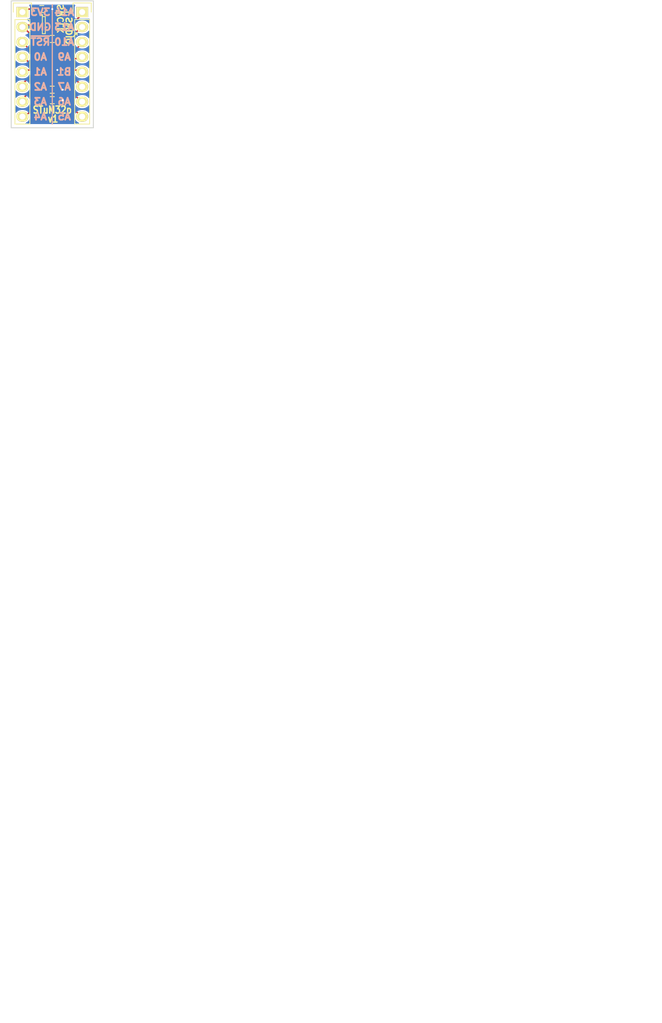
<source format=kicad_pcb>
(kicad_pcb (version 4) (host pcbnew 4.0.2+dfsg1-stable)

  (general
    (links 29)
    (no_connects 0)
    (area 14.624267 10.9556 154.215489 194.365)
    (thickness 1.6)
    (drawings 34)
    (tracks 109)
    (zones 0)
    (modules 8)
    (nets 18)
  )

  (page A4)
  (layers
    (0 F.Cu signal)
    (31 B.Cu signal)
    (32 B.Adhes user)
    (33 F.Adhes user)
    (34 B.Paste user)
    (35 F.Paste user)
    (36 B.SilkS user)
    (37 F.SilkS user)
    (38 B.Mask user)
    (39 F.Mask user)
    (40 Dwgs.User user)
    (41 Cmts.User user)
    (42 Eco1.User user)
    (43 Eco2.User user)
    (44 Edge.Cuts user)
    (45 Margin user)
    (46 B.CrtYd user)
    (47 F.CrtYd user)
    (48 B.Fab user)
    (49 F.Fab user hide)
  )

  (setup
    (last_trace_width 0.1524)
    (trace_clearance 0.1524)
    (zone_clearance 0.254)
    (zone_45_only no)
    (trace_min 0.1524)
    (segment_width 0.2)
    (edge_width 0.15)
    (via_size 0.6858)
    (via_drill 0.3302)
    (via_min_size 0.6858)
    (via_min_drill 0.3302)
    (uvia_size 0.6858)
    (uvia_drill 0.3302)
    (uvias_allowed no)
    (uvia_min_size 0)
    (uvia_min_drill 0)
    (pcb_text_width 0.3)
    (pcb_text_size 1.5 1.5)
    (mod_edge_width 0.15)
    (mod_text_size 1 1)
    (mod_text_width 0.15)
    (pad_size 1.524 1.524)
    (pad_drill 0.762)
    (pad_to_mask_clearance 0.2)
    (aux_axis_origin 0 0)
    (visible_elements FFFFEF7F)
    (pcbplotparams
      (layerselection 0x00030_80000001)
      (usegerberextensions false)
      (excludeedgelayer true)
      (linewidth 0.100000)
      (plotframeref false)
      (viasonmask false)
      (mode 1)
      (useauxorigin false)
      (hpglpennumber 1)
      (hpglpenspeed 20)
      (hpglpendiameter 15)
      (hpglpenoverlay 2)
      (psnegative false)
      (psa4output false)
      (plotreference false)
      (plotvalue false)
      (plotinvisibletext false)
      (padsonsilk false)
      (subtractmaskfromsilk false)
      (outputformat 1)
      (mirror false)
      (drillshape 0)
      (scaleselection 1)
      (outputdirectory out/))
  )

  (net 0 "")
  (net 1 +3V3)
  (net 2 GND)
  (net 3 "Net-(P101-Pad3)")
  (net 4 "Net-(P101-Pad4)")
  (net 5 "Net-(P101-Pad5)")
  (net 6 "Net-(P101-Pad6)")
  (net 7 "Net-(P101-Pad7)")
  (net 8 "Net-(P101-Pad8)")
  (net 9 "Net-(P102-Pad1)")
  (net 10 "Net-(P102-Pad2)")
  (net 11 "Net-(P102-Pad3)")
  (net 12 "Net-(P102-Pad4)")
  (net 13 "Net-(P102-Pad5)")
  (net 14 "Net-(P102-Pad6)")
  (net 15 "Net-(P102-Pad7)")
  (net 16 "Net-(P102-Pad8)")
  (net 17 /VIN)

  (net_class Default "This is the default net class."
    (clearance 0.1524)
    (trace_width 0.1524)
    (via_dia 0.6858)
    (via_drill 0.3302)
    (uvia_dia 0.6858)
    (uvia_drill 0.3302)
    (add_net +3V3)
    (add_net /VIN)
    (add_net GND)
    (add_net "Net-(P101-Pad3)")
    (add_net "Net-(P101-Pad4)")
    (add_net "Net-(P101-Pad5)")
    (add_net "Net-(P101-Pad6)")
    (add_net "Net-(P101-Pad7)")
    (add_net "Net-(P101-Pad8)")
    (add_net "Net-(P102-Pad1)")
    (add_net "Net-(P102-Pad2)")
    (add_net "Net-(P102-Pad3)")
    (add_net "Net-(P102-Pad4)")
    (add_net "Net-(P102-Pad5)")
    (add_net "Net-(P102-Pad6)")
    (add_net "Net-(P102-Pad7)")
    (add_net "Net-(P102-Pad8)")
  )

  (module stum32p:TSSOP20 (layer F.Cu) (tedit 5780058E) (tstamp 577FE82D)
    (at 24.765 28.575 270)
    (path /577DBDBA)
    (fp_text reference U101 (at -3.9 0 360) (layer F.SilkS) hide
      (effects (font (size 1 1) (thickness 0.15)))
    )
    (fp_text value STM32F030F4Px (at 0.65 0 270) (layer F.Fab) hide
      (effects (font (size 1 1) (thickness 0.15)))
    )
    (pad 15 smd rect (at 0.325 -2.2 270) (size 0.4 1.35) (layers F.Cu F.Paste F.Mask)
      (net 2 GND))
    (pad 5 smd rect (at -0.325 2.2 270) (size 0.4 1.35) (layers F.Cu F.Paste F.Mask)
      (net 1 +3V3))
    (pad 4 smd rect (at -0.975 2.2 270) (size 0.4 1.35) (layers F.Cu F.Paste F.Mask)
      (net 3 "Net-(P101-Pad3)"))
    (pad 3 smd rect (at -1.625 2.2 270) (size 0.4 1.35) (layers F.Cu F.Paste F.Mask))
    (pad 2 smd rect (at -2.275 2.2 270) (size 0.4 1.35) (layers F.Cu F.Paste F.Mask))
    (pad 1 smd rect (at -2.925 2.2 270) (size 0.4 1.35) (layers F.Cu F.Paste F.Mask)
      (net 2 GND))
    (pad 6 smd rect (at 0.325 2.2 270) (size 0.4 1.35) (layers F.Cu F.Paste F.Mask)
      (net 4 "Net-(P101-Pad4)"))
    (pad 7 smd rect (at 0.975 2.2 270) (size 0.4 1.35) (layers F.Cu F.Paste F.Mask)
      (net 5 "Net-(P101-Pad5)"))
    (pad 8 smd rect (at 1.625 2.2 270) (size 0.4 1.35) (layers F.Cu F.Paste F.Mask)
      (net 6 "Net-(P101-Pad6)"))
    (pad 9 smd rect (at 2.275 2.2 270) (size 0.4 1.35) (layers F.Cu F.Paste F.Mask)
      (net 7 "Net-(P101-Pad7)"))
    (pad 10 smd rect (at 2.925 2.2 270) (size 0.4 1.35) (layers F.Cu F.Paste F.Mask)
      (net 8 "Net-(P101-Pad8)"))
    (pad 11 smd rect (at 2.925 -2.2 270) (size 0.4 1.35) (layers F.Cu F.Paste F.Mask)
      (net 16 "Net-(P102-Pad8)"))
    (pad 12 smd rect (at 2.275 -2.2 270) (size 0.4 1.35) (layers F.Cu F.Paste F.Mask)
      (net 15 "Net-(P102-Pad7)"))
    (pad 13 smd rect (at 1.625 -2.2 270) (size 0.4 1.35) (layers F.Cu F.Paste F.Mask)
      (net 14 "Net-(P102-Pad6)"))
    (pad 14 smd rect (at 0.975 -2.2 270) (size 0.4 1.35) (layers F.Cu F.Paste F.Mask)
      (net 13 "Net-(P102-Pad5)"))
    (pad 16 smd rect (at -0.325 -2.2 270) (size 0.4 1.35) (layers F.Cu F.Paste F.Mask)
      (net 1 +3V3))
    (pad 17 smd rect (at -0.975 -2.2 270) (size 0.4 1.35) (layers F.Cu F.Paste F.Mask)
      (net 12 "Net-(P102-Pad4)"))
    (pad 18 smd rect (at -1.625 -2.2 270) (size 0.4 1.35) (layers F.Cu F.Paste F.Mask)
      (net 11 "Net-(P102-Pad3)"))
    (pad 19 smd rect (at -2.275 -2.2 270) (size 0.4 1.35) (layers F.Cu F.Paste F.Mask)
      (net 10 "Net-(P102-Pad2)"))
    (pad 20 smd rect (at -2.925 -2.2 270) (size 0.4 1.35) (layers F.Cu F.Paste F.Mask)
      (net 9 "Net-(P102-Pad1)"))
  )

  (module SOT-23-5 (layer F.Cu) (tedit 57801751) (tstamp 57801788)
    (at 23.325 21.905)
    (descr "5-pin SOT23 package")
    (tags SOT-23-5)
    (path /578014CB)
    (attr smd)
    (fp_text reference U102 (at -0.05 -2.606) (layer F.SilkS) hide
      (effects (font (size 1 1) (thickness 0.15)))
    )
    (fp_text value MIC5504-3.3YM5-TR (at -0.05 2.35) (layer F.Fab)
      (effects (font (size 1 1) (thickness 0.15)))
    )
    (fp_line (start -1.8 -1.6) (end 1.8 -1.6) (layer F.CrtYd) (width 0.05))
    (fp_line (start 1.8 -1.6) (end 1.8 1.6) (layer F.CrtYd) (width 0.05))
    (fp_line (start 1.8 1.6) (end -1.8 1.6) (layer F.CrtYd) (width 0.05))
    (fp_line (start -1.8 1.6) (end -1.8 -1.6) (layer F.CrtYd) (width 0.05))
    (fp_circle (center -0.3 -1.7) (end -0.2 -1.7) (layer F.SilkS) (width 0.15))
    (fp_line (start 0.25 -1.45) (end -0.25 -1.45) (layer F.SilkS) (width 0.15))
    (fp_line (start 0.25 1.45) (end 0.25 -1.45) (layer F.SilkS) (width 0.15))
    (fp_line (start -0.25 1.45) (end 0.25 1.45) (layer F.SilkS) (width 0.15))
    (fp_line (start -0.25 -1.45) (end -0.25 1.45) (layer F.SilkS) (width 0.15))
    (pad 1 smd rect (at -1.1 -0.95) (size 1.06 0.65) (layers F.Cu F.Paste F.Mask)
      (net 17 /VIN))
    (pad 2 smd rect (at -1.1 0) (size 1.06 0.65) (layers F.Cu F.Paste F.Mask)
      (net 2 GND))
    (pad 3 smd rect (at -1.1 0.95) (size 1.06 0.65) (layers F.Cu F.Paste F.Mask)
      (net 17 /VIN))
    (pad 4 smd rect (at 1.1 0.95) (size 1.06 0.65) (layers F.Cu F.Paste F.Mask))
    (pad 5 smd rect (at 1.1 -0.95) (size 1.06 0.65) (layers F.Cu F.Paste F.Mask)
      (net 1 +3V3))
    (model Housings_SOT-23_SOT-143_TSOT-6.3dshapes/SOT-23-5.wrl
      (at (xyz 0 0 0))
      (scale (xyz 0.11 0.11 0.11))
      (rotate (xyz 0 0 90))
    )
  )

  (module Capacitors_SMD:C_0603 (layer F.Cu) (tedit 5780173C) (tstamp 57809365)
    (at 22.975 19.177)
    (descr "Capacitor SMD 0603, reflow soldering, AVX (see smccp.pdf)")
    (tags "capacitor 0603")
    (path /57801D87)
    (attr smd)
    (fp_text reference C104 (at 0 -1.9) (layer F.SilkS) hide
      (effects (font (size 1 1) (thickness 0.15)))
    )
    (fp_text value 1u (at 0 1.9) (layer F.Fab)
      (effects (font (size 1 1) (thickness 0.15)))
    )
    (fp_line (start -1.45 -0.75) (end 1.45 -0.75) (layer F.CrtYd) (width 0.05))
    (fp_line (start -1.45 0.75) (end 1.45 0.75) (layer F.CrtYd) (width 0.05))
    (fp_line (start -1.45 -0.75) (end -1.45 0.75) (layer F.CrtYd) (width 0.05))
    (fp_line (start 1.45 -0.75) (end 1.45 0.75) (layer F.CrtYd) (width 0.05))
    (fp_line (start -0.35 -0.6) (end 0.35 -0.6) (layer F.SilkS) (width 0.15))
    (fp_line (start 0.35 0.6) (end -0.35 0.6) (layer F.SilkS) (width 0.15))
    (pad 1 smd rect (at -0.75 0) (size 0.8 0.75) (layers F.Cu F.Paste F.Mask)
      (net 17 /VIN))
    (pad 2 smd rect (at 0.75 0) (size 0.8 0.75) (layers F.Cu F.Paste F.Mask)
      (net 2 GND))
    (model Capacitors_SMD.3dshapes/C_0603.wrl
      (at (xyz 0 0 0))
      (scale (xyz 1 1 1))
      (rotate (xyz 0 0 0))
    )
  )

  (module Capacitors_SMD:C_0603 (layer F.Cu) (tedit 578005A1) (tstamp 577FE7E9)
    (at 24.753 32.893)
    (descr "Capacitor SMD 0603, reflow soldering, AVX (see smccp.pdf)")
    (tags "capacitor 0603")
    (path /577DCABD)
    (attr smd)
    (fp_text reference C101 (at 0 -1.9) (layer F.SilkS) hide
      (effects (font (size 1 1) (thickness 0.15)))
    )
    (fp_text value 100n (at 0 1.9) (layer F.Fab)
      (effects (font (size 1 1) (thickness 0.15)))
    )
    (fp_line (start -1.45 -0.75) (end 1.45 -0.75) (layer F.CrtYd) (width 0.05))
    (fp_line (start -1.45 0.75) (end 1.45 0.75) (layer F.CrtYd) (width 0.05))
    (fp_line (start -1.45 -0.75) (end -1.45 0.75) (layer F.CrtYd) (width 0.05))
    (fp_line (start 1.45 -0.75) (end 1.45 0.75) (layer F.CrtYd) (width 0.05))
    (fp_line (start -0.35 -0.6) (end 0.35 -0.6) (layer F.SilkS) (width 0.15))
    (fp_line (start 0.35 0.6) (end -0.35 0.6) (layer F.SilkS) (width 0.15))
    (pad 1 smd rect (at -0.75 0) (size 0.8 0.75) (layers F.Cu F.Paste F.Mask)
      (net 1 +3V3))
    (pad 2 smd rect (at 0.75 0) (size 0.8 0.75) (layers F.Cu F.Paste F.Mask)
      (net 2 GND))
    (model Capacitors_SMD.3dshapes/C_0603.wrl
      (at (xyz 0 0 0))
      (scale (xyz 1 1 1))
      (rotate (xyz 0 0 0))
    )
  )

  (module Capacitors_SMD:C_0603 (layer F.Cu) (tedit 57800591) (tstamp 577FE7EF)
    (at 24.765 34.671)
    (descr "Capacitor SMD 0603, reflow soldering, AVX (see smccp.pdf)")
    (tags "capacitor 0603")
    (path /577DCB1C)
    (attr smd)
    (fp_text reference C102 (at 0 1.524) (layer F.SilkS) hide
      (effects (font (size 1 1) (thickness 0.15)))
    )
    (fp_text value 100n (at 0 1.9) (layer F.Fab)
      (effects (font (size 1 1) (thickness 0.15)))
    )
    (fp_line (start -1.45 -0.75) (end 1.45 -0.75) (layer F.CrtYd) (width 0.05))
    (fp_line (start -1.45 0.75) (end 1.45 0.75) (layer F.CrtYd) (width 0.05))
    (fp_line (start -1.45 -0.75) (end -1.45 0.75) (layer F.CrtYd) (width 0.05))
    (fp_line (start 1.45 -0.75) (end 1.45 0.75) (layer F.CrtYd) (width 0.05))
    (fp_line (start -0.35 -0.6) (end 0.35 -0.6) (layer F.SilkS) (width 0.15))
    (fp_line (start 0.35 0.6) (end -0.35 0.6) (layer F.SilkS) (width 0.15))
    (pad 1 smd rect (at -0.75 0) (size 0.8 0.75) (layers F.Cu F.Paste F.Mask)
      (net 1 +3V3))
    (pad 2 smd rect (at 0.75 0) (size 0.8 0.75) (layers F.Cu F.Paste F.Mask)
      (net 2 GND))
    (model Capacitors_SMD.3dshapes/C_0603.wrl
      (at (xyz 0 0 0))
      (scale (xyz 1 1 1))
      (rotate (xyz 0 0 0))
    )
  )

  (module Pin_Headers:Pin_Header_Straight_1x08 (layer F.Cu) (tedit 577FE789) (tstamp 577FE801)
    (at 19.685 19.685)
    (descr "Through hole pin header")
    (tags "pin header")
    (path /577FE74B)
    (fp_text reference P101 (at 0.046 -7.652) (layer F.SilkS) hide
      (effects (font (size 1 1) (thickness 0.15)))
    )
    (fp_text value CONN_01X08 (at 0 -3.1) (layer F.Fab) hide
      (effects (font (size 1 1) (thickness 0.15)))
    )
    (fp_line (start -1.75 -1.75) (end -1.75 19.55) (layer F.CrtYd) (width 0.05))
    (fp_line (start 1.75 -1.75) (end 1.75 19.55) (layer F.CrtYd) (width 0.05))
    (fp_line (start -1.75 -1.75) (end 1.75 -1.75) (layer F.CrtYd) (width 0.05))
    (fp_line (start -1.75 19.55) (end 1.75 19.55) (layer F.CrtYd) (width 0.05))
    (fp_line (start 1.27 1.27) (end 1.27 19.05) (layer F.SilkS) (width 0.15))
    (fp_line (start 1.27 19.05) (end -1.27 19.05) (layer F.SilkS) (width 0.15))
    (fp_line (start -1.27 19.05) (end -1.27 1.27) (layer F.SilkS) (width 0.15))
    (fp_line (start 1.55 -1.55) (end 1.55 0) (layer F.SilkS) (width 0.15))
    (fp_line (start 1.27 1.27) (end -1.27 1.27) (layer F.SilkS) (width 0.15))
    (fp_line (start -1.55 0) (end -1.55 -1.55) (layer F.SilkS) (width 0.15))
    (fp_line (start -1.55 -1.55) (end 1.55 -1.55) (layer F.SilkS) (width 0.15))
    (pad 1 thru_hole rect (at 0 0) (size 2.032 1.7272) (drill 1.016) (layers *.Cu *.Mask F.SilkS)
      (net 17 /VIN))
    (pad 2 thru_hole oval (at 0 2.54) (size 2.032 1.7272) (drill 1.016) (layers *.Cu *.Mask F.SilkS)
      (net 2 GND))
    (pad 3 thru_hole oval (at 0 5.08) (size 2.032 1.7272) (drill 1.016) (layers *.Cu *.Mask F.SilkS)
      (net 3 "Net-(P101-Pad3)"))
    (pad 4 thru_hole oval (at 0 7.62) (size 2.032 1.7272) (drill 1.016) (layers *.Cu *.Mask F.SilkS)
      (net 4 "Net-(P101-Pad4)"))
    (pad 5 thru_hole oval (at 0 10.16) (size 2.032 1.7272) (drill 1.016) (layers *.Cu *.Mask F.SilkS)
      (net 5 "Net-(P101-Pad5)"))
    (pad 6 thru_hole oval (at 0 12.7) (size 2.032 1.7272) (drill 1.016) (layers *.Cu *.Mask F.SilkS)
      (net 6 "Net-(P101-Pad6)"))
    (pad 7 thru_hole oval (at 0 15.24) (size 2.032 1.7272) (drill 1.016) (layers *.Cu *.Mask F.SilkS)
      (net 7 "Net-(P101-Pad7)"))
    (pad 8 thru_hole oval (at 0 17.78) (size 2.032 1.7272) (drill 1.016) (layers *.Cu *.Mask F.SilkS)
      (net 8 "Net-(P101-Pad8)"))
    (model Pin_Headers.3dshapes/Pin_Header_Straight_1x08.wrl
      (at (xyz 0 -0.35 0))
      (scale (xyz 1 1 1))
      (rotate (xyz 0 0 90))
    )
  )

  (module Pin_Headers:Pin_Header_Straight_1x08 (layer F.Cu) (tedit 577FE78D) (tstamp 577FE80D)
    (at 29.845 19.685)
    (descr "Through hole pin header")
    (tags "pin header")
    (path /577FE5CD)
    (fp_text reference P102 (at 0 -7.652) (layer F.SilkS) hide
      (effects (font (size 1 1) (thickness 0.15)))
    )
    (fp_text value CONN_01X08 (at 0 -3.1) (layer F.Fab) hide
      (effects (font (size 1 1) (thickness 0.15)))
    )
    (fp_line (start -1.75 -1.75) (end -1.75 19.55) (layer F.CrtYd) (width 0.05))
    (fp_line (start 1.75 -1.75) (end 1.75 19.55) (layer F.CrtYd) (width 0.05))
    (fp_line (start -1.75 -1.75) (end 1.75 -1.75) (layer F.CrtYd) (width 0.05))
    (fp_line (start -1.75 19.55) (end 1.75 19.55) (layer F.CrtYd) (width 0.05))
    (fp_line (start 1.27 1.27) (end 1.27 19.05) (layer F.SilkS) (width 0.15))
    (fp_line (start 1.27 19.05) (end -1.27 19.05) (layer F.SilkS) (width 0.15))
    (fp_line (start -1.27 19.05) (end -1.27 1.27) (layer F.SilkS) (width 0.15))
    (fp_line (start 1.55 -1.55) (end 1.55 0) (layer F.SilkS) (width 0.15))
    (fp_line (start 1.27 1.27) (end -1.27 1.27) (layer F.SilkS) (width 0.15))
    (fp_line (start -1.55 0) (end -1.55 -1.55) (layer F.SilkS) (width 0.15))
    (fp_line (start -1.55 -1.55) (end 1.55 -1.55) (layer F.SilkS) (width 0.15))
    (pad 1 thru_hole rect (at 0 0) (size 2.032 1.7272) (drill 1.016) (layers *.Cu *.Mask F.SilkS)
      (net 9 "Net-(P102-Pad1)"))
    (pad 2 thru_hole oval (at 0 2.54) (size 2.032 1.7272) (drill 1.016) (layers *.Cu *.Mask F.SilkS)
      (net 10 "Net-(P102-Pad2)"))
    (pad 3 thru_hole oval (at 0 5.08) (size 2.032 1.7272) (drill 1.016) (layers *.Cu *.Mask F.SilkS)
      (net 11 "Net-(P102-Pad3)"))
    (pad 4 thru_hole oval (at 0 7.62) (size 2.032 1.7272) (drill 1.016) (layers *.Cu *.Mask F.SilkS)
      (net 12 "Net-(P102-Pad4)"))
    (pad 5 thru_hole oval (at 0 10.16) (size 2.032 1.7272) (drill 1.016) (layers *.Cu *.Mask F.SilkS)
      (net 13 "Net-(P102-Pad5)"))
    (pad 6 thru_hole oval (at 0 12.7) (size 2.032 1.7272) (drill 1.016) (layers *.Cu *.Mask F.SilkS)
      (net 14 "Net-(P102-Pad6)"))
    (pad 7 thru_hole oval (at 0 15.24) (size 2.032 1.7272) (drill 1.016) (layers *.Cu *.Mask F.SilkS)
      (net 15 "Net-(P102-Pad7)"))
    (pad 8 thru_hole oval (at 0 17.78) (size 2.032 1.7272) (drill 1.016) (layers *.Cu *.Mask F.SilkS)
      (net 16 "Net-(P102-Pad8)"))
    (model Pin_Headers.3dshapes/Pin_Header_Straight_1x08.wrl
      (at (xyz 0 -0.35 0))
      (scale (xyz 1 1 1))
      (rotate (xyz 0 0 90))
    )
  )

  (module Capacitors_SMD:C_0603 (layer F.Cu) (tedit 5780173F) (tstamp 57809359)
    (at 24.765 24.257 180)
    (descr "Capacitor SMD 0603, reflow soldering, AVX (see smccp.pdf)")
    (tags "capacitor 0603")
    (path /577DCB42)
    (attr smd)
    (fp_text reference C103 (at 0 -1.9 180) (layer F.SilkS) hide
      (effects (font (size 1 1) (thickness 0.15)))
    )
    (fp_text value 1u (at 0 1.9 180) (layer F.Fab)
      (effects (font (size 1 1) (thickness 0.15)))
    )
    (fp_line (start -1.45 -0.75) (end 1.45 -0.75) (layer F.CrtYd) (width 0.05))
    (fp_line (start -1.45 0.75) (end 1.45 0.75) (layer F.CrtYd) (width 0.05))
    (fp_line (start -1.45 -0.75) (end -1.45 0.75) (layer F.CrtYd) (width 0.05))
    (fp_line (start 1.45 -0.75) (end 1.45 0.75) (layer F.CrtYd) (width 0.05))
    (fp_line (start -0.35 -0.6) (end 0.35 -0.6) (layer F.SilkS) (width 0.15))
    (fp_line (start 0.35 0.6) (end -0.35 0.6) (layer F.SilkS) (width 0.15))
    (pad 1 smd rect (at -0.75 0 180) (size 0.8 0.75) (layers F.Cu F.Paste F.Mask)
      (net 1 +3V3))
    (pad 2 smd rect (at 0.75 0 180) (size 0.8 0.75) (layers F.Cu F.Paste F.Mask)
      (net 2 GND))
    (model Capacitors_SMD.3dshapes/C_0603.wrl
      (at (xyz 0 0 0))
      (scale (xyz 1 1 1))
      (rotate (xyz 0 0 0))
    )
  )

  (gr_text "Copyright (C) 2016 Daniel Gröber\nDual licensed under GPLv2 and GPLv3 or any later version.\n\nYou should have received a copy of the GNU General Public License\nalong with this document.  If not, see <http://www.gnu.org/licenses/>.\n" (at 15.875 183.515) (layer Cmts.User)
    (effects (font (size 2 2) (thickness 0.3)) (justify left))
  )
  (gr_text v1 (at 24.892 37.846) (layer F.SilkS) (tstamp 57809A8E)
    (effects (font (size 1.2 1) (thickness 0.25)))
  )
  (gr_text STuM32p (at 24.765 36.322) (layer F.SilkS)
    (effects (font (size 1.2 1) (thickness 0.25)))
  )
  (dimension 21.59 (width 0.3) (layer Cmts.User)
    (gr_text "0.8500 in" (at 35.005 28.575 90) (layer Cmts.User) (tstamp 578097D6)
      (effects (font (size 1.5 1.5) (thickness 0.3)))
    )
    (feature1 (pts (xy 31.75 17.78) (xy 36.355 17.78)))
    (feature2 (pts (xy 31.75 39.37) (xy 36.355 39.37)))
    (crossbar (pts (xy 33.655 39.37) (xy 33.655 17.78)))
    (arrow1a (pts (xy 33.655 17.78) (xy 34.241421 18.906504)))
    (arrow1b (pts (xy 33.655 17.78) (xy 33.068579 18.906504)))
    (arrow2a (pts (xy 33.655 39.37) (xy 34.241421 38.243496)))
    (arrow2b (pts (xy 33.655 39.37) (xy 33.068579 38.243496)))
  )
  (dimension 13.97 (width 0.3) (layer Cmts.User)
    (gr_text "0.5500 in" (at 24.765 42.625) (layer Cmts.User) (tstamp 578097D4)
      (effects (font (size 1.5 1.5) (thickness 0.3)))
    )
    (feature1 (pts (xy 31.75 39.37) (xy 31.75 43.975)))
    (feature2 (pts (xy 17.78 39.37) (xy 17.78 43.975)))
    (crossbar (pts (xy 17.78 41.275) (xy 31.75 41.275)))
    (arrow1a (pts (xy 31.75 41.275) (xy 30.623496 41.861421)))
    (arrow1b (pts (xy 31.75 41.275) (xy 30.623496 40.688579)))
    (arrow2a (pts (xy 17.78 41.275) (xy 18.906504 41.861421)))
    (arrow2b (pts (xy 17.78 41.275) (xy 18.906504 40.688579)))
  )
  (gr_line (start 28.974489 23.222511) (end 28.974489 23.581721) (layer F.SilkS) (width 0.2) (tstamp 5780950B))
  (gr_line (start 28.974489 23.222511) (end 28.615279 23.222511) (layer F.SilkS) (width 0.2) (tstamp 5780950A))
  (gr_line (start 28.327911 23.869089) (end 28.974489 23.222511) (layer F.SilkS) (width 0.2) (tstamp 57809509))
  (gr_line (start 27.9654 19.685) (end 27.7114 19.939) (layer F.SilkS) (width 0.2))
  (gr_line (start 27.9654 19.685) (end 27.7114 19.431) (layer F.SilkS) (width 0.2))
  (gr_line (start 27.051 19.685) (end 27.9654 19.685) (layer F.SilkS) (width 0.2))
  (gr_text SWCLK (at 26.1874 20.828 90) (layer F.SilkS) (tstamp 57800FFE)
    (effects (font (size 1 1) (thickness 0.225)) (justify mirror))
  )
  (gr_text SWDIO (at 27.6606 22.86 90) (layer F.SilkS) (tstamp 57800FD5)
    (effects (font (size 1 1) (thickness 0.25)) (justify mirror))
  )
  (gr_text 3V3 (at 22.733 19.685) (layer B.SilkS) (tstamp 57800F0B)
    (effects (font (size 1.2 1.2) (thickness 0.3)) (justify mirror))
  )
  (gr_text GND (at 22.733 22.225) (layer B.SilkS) (tstamp 57800F09)
    (effects (font (size 1.2 1.2) (thickness 0.3)) (justify mirror))
  )
  (gr_text ~RST (at 22.733 24.765) (layer B.SilkS) (tstamp 57800F06)
    (effects (font (size 1.2 1.2) (thickness 0.3)) (justify mirror))
  )
  (gr_text A0 (at 22.733 27.305) (layer B.SilkS) (tstamp 57800F04)
    (effects (font (size 1.2 1.2) (thickness 0.3)) (justify mirror))
  )
  (gr_text A1 (at 22.733 29.845) (layer B.SilkS) (tstamp 57800F00)
    (effects (font (size 1.2 1.2) (thickness 0.3)) (justify mirror))
  )
  (gr_text A2 (at 22.733 32.385) (layer B.SilkS) (tstamp 57800EFE)
    (effects (font (size 1.2 1.2) (thickness 0.3)) (justify mirror))
  )
  (gr_text A3 (at 22.733 34.925) (layer B.SilkS) (tstamp 57800EFC)
    (effects (font (size 1.2 1.2) (thickness 0.3)) (justify mirror))
  )
  (gr_text A4 (at 22.733 37.465) (layer B.SilkS) (tstamp 57800EF8)
    (effects (font (size 1.2 1.2) (thickness 0.3)) (justify mirror))
  )
  (gr_text A5 (at 26.797 37.465) (layer B.SilkS) (tstamp 57800EF4)
    (effects (font (size 1.2 1.2) (thickness 0.3)) (justify mirror))
  )
  (gr_text A6 (at 26.797 34.925) (layer B.SilkS) (tstamp 57800EF1)
    (effects (font (size 1.2 1.2) (thickness 0.3)) (justify mirror))
  )
  (gr_text A7 (at 26.797 32.385) (layer B.SilkS) (tstamp 57800EEE)
    (effects (font (size 1.2 1.2) (thickness 0.3)) (justify mirror))
  )
  (gr_text B1 (at 26.797 29.845) (layer B.SilkS) (tstamp 57800EEA)
    (effects (font (size 1.2 1.2) (thickness 0.3)) (justify mirror))
  )
  (gr_text A9 (at 26.797 27.305) (layer B.SilkS) (tstamp 57800EE6)
    (effects (font (size 1.2 1.2) (thickness 0.3)) (justify mirror))
  )
  (gr_text A10 (at 26.797 24.765) (layer B.SilkS) (tstamp 57800EE1)
    (effects (font (size 1.2 1.2) (thickness 0.3)) (justify mirror))
  )
  (gr_text A13 (at 26.797 22.225) (layer B.SilkS) (tstamp 57800EDD)
    (effects (font (size 1.2 1.2) (thickness 0.3)) (justify mirror))
  )
  (gr_line (start 24.765 18.415) (end 24.765 38.735) (layer B.SilkS) (width 0.2))
  (gr_text A14 (at 26.797 19.685) (layer B.SilkS)
    (effects (font (size 1.2 1.2) (thickness 0.3)) (justify mirror))
  )
  (gr_line (start 31.75 39.37) (end 17.78 39.37) (layer Edge.Cuts) (width 0.15))
  (gr_line (start 17.78 17.78) (end 17.78 39.37) (layer Edge.Cuts) (width 0.15))
  (gr_line (start 31.75 17.78) (end 17.78 17.78) (layer Edge.Cuts) (width 0.15))
  (gr_line (start 31.75 17.78) (end 31.75 39.37) (layer Edge.Cuts) (width 0.15))

  (segment (start 24.015 34.671) (end 24.015 32.905) (width 0.25) (layer F.Cu) (net 1))
  (segment (start 24.015 32.905) (end 24.003 32.893) (width 0.25) (layer F.Cu) (net 1))
  (segment (start 23.491287 28.25) (end 24.765 26.976287) (width 0.25) (layer F.Cu) (net 1))
  (segment (start 24.765 26.976287) (end 25.515 26.226287) (width 0.25) (layer F.Cu) (net 1))
  (segment (start 26.965 28.25) (end 26.04 28.25) (width 0.25) (layer F.Cu) (net 1))
  (segment (start 26.04 28.25) (end 24.766287 26.976287) (width 0.25) (layer F.Cu) (net 1))
  (segment (start 24.766287 26.976287) (end 24.765 26.976287) (width 0.25) (layer F.Cu) (net 1))
  (segment (start 23.49 28.25) (end 23.491287 28.25) (width 0.25) (layer F.Cu) (net 1))
  (segment (start 25.515 26.226287) (end 25.515 26.035) (width 0.25) (layer F.Cu) (net 1))
  (segment (start 25.515 26.035) (end 25.515 24.257) (width 0.25) (layer F.Cu) (net 1))
  (segment (start 24.003 32.893) (end 24.003 28.763) (width 0.25) (layer F.Cu) (net 1))
  (segment (start 24.003 28.763) (end 23.49 28.25) (width 0.25) (layer F.Cu) (net 1))
  (segment (start 23.49 28.25) (end 22.565 28.25) (width 0.25) (layer F.Cu) (net 1))
  (segment (start 24.425 20.955) (end 25.205 20.955) (width 0.25) (layer F.Cu) (net 1))
  (segment (start 25.205 20.955) (end 25.515 21.265) (width 0.25) (layer F.Cu) (net 1))
  (segment (start 25.515 23.632) (end 25.515 24.257) (width 0.25) (layer F.Cu) (net 1))
  (segment (start 25.515 21.265) (end 25.515 23.632) (width 0.25) (layer F.Cu) (net 1))
  (segment (start 25.629509 29.310491) (end 25.629509 29.538514) (width 0.25) (layer F.Cu) (net 2))
  (segment (start 26.04 28.9) (end 25.629509 29.310491) (width 0.25) (layer F.Cu) (net 2))
  (segment (start 26.965 28.9) (end 26.04 28.9) (width 0.25) (layer F.Cu) (net 2))
  (via (at 25.629509 29.538514) (size 0.6858) (drill 0.3302) (layers F.Cu B.Cu) (net 2))
  (segment (start 23.725 19.177) (end 24.765 19.177) (width 0.25) (layer F.Cu) (net 2))
  (via (at 24.765 19.177) (size 0.6858) (drill 0.3302) (layers F.Cu B.Cu) (net 2))
  (segment (start 24.015 24.257) (end 23.273773 24.257) (width 0.25) (layer F.Cu) (net 2))
  (segment (start 23.273773 24.257) (end 22.578173 24.9526) (width 0.25) (layer F.Cu) (net 2))
  (segment (start 22.578173 24.9526) (end 22.565 24.9526) (width 0.25) (layer F.Cu) (net 2))
  (segment (start 22.565 24.9526) (end 19.8374 22.225) (width 0.25) (layer F.Cu) (net 2))
  (segment (start 22.565 25.65) (end 22.565 24.9526) (width 0.25) (layer F.Cu) (net 2))
  (segment (start 19.8374 22.225) (end 19.685 22.225) (width 0.25) (layer F.Cu) (net 2))
  (segment (start 25.503 32.893) (end 26.543 32.893) (width 0.25) (layer F.Cu) (net 2))
  (via (at 26.543 32.893) (size 0.6858) (drill 0.3302) (layers F.Cu B.Cu) (net 2))
  (segment (start 25.515 34.671) (end 26.543 34.671) (width 0.25) (layer F.Cu) (net 2))
  (via (at 26.543 34.671) (size 0.6858) (drill 0.3302) (layers F.Cu B.Cu) (net 2))
  (segment (start 22.565 25.65) (end 22.622 25.65) (width 0.25) (layer F.Cu) (net 2))
  (segment (start 22.225 21.905) (end 20.005 21.905) (width 0.25) (layer F.Cu) (net 2))
  (segment (start 20.005 21.905) (end 19.685 22.225) (width 0.25) (layer F.Cu) (net 2))
  (segment (start 20.32 22.225) (end 19.685 22.225) (width 0.25) (layer B.Cu) (net 2))
  (segment (start 19.939 21.971) (end 19.685 22.225) (width 0.25) (layer B.Cu) (net 2))
  (segment (start 20.168 22.225) (end 19.685 22.225) (width 0.25) (layer F.Cu) (net 2))
  (segment (start 19.8374 22.225) (end 19.685 22.225) (width 0.25) (layer B.Cu) (net 2))
  (segment (start 19.685 24.765) (end 19.685 24.827643) (width 0.25) (layer F.Cu) (net 3))
  (segment (start 19.685 24.827643) (end 21.235877 26.37852) (width 0.25) (layer F.Cu) (net 3))
  (segment (start 21.235877 26.37852) (end 21.235877 27.195877) (width 0.25) (layer F.Cu) (net 3))
  (segment (start 21.235877 27.195877) (end 21.64 27.6) (width 0.25) (layer F.Cu) (net 3))
  (segment (start 21.64 27.6) (end 22.565 27.6) (width 0.25) (layer F.Cu) (net 3))
  (segment (start 19.685 27.305) (end 19.8374 27.305) (width 0.25) (layer F.Cu) (net 4))
  (segment (start 19.8374 27.305) (end 21.4324 28.9) (width 0.25) (layer F.Cu) (net 4))
  (segment (start 21.4324 28.9) (end 21.64 28.9) (width 0.25) (layer F.Cu) (net 4))
  (segment (start 21.64 28.9) (end 22.565 28.9) (width 0.25) (layer F.Cu) (net 4))
  (segment (start 19.685 29.845) (end 19.685 29.7823) (width 0.25) (layer F.Cu) (net 5))
  (segment (start 19.685 29.7823) (end 19.9173 29.55) (width 0.25) (layer F.Cu) (net 5))
  (segment (start 19.9173 29.55) (end 21.64 29.55) (width 0.25) (layer F.Cu) (net 5))
  (segment (start 21.64 29.55) (end 22.565 29.55) (width 0.25) (layer F.Cu) (net 5))
  (segment (start 22.565 30.2) (end 21.407594 30.2) (width 0.25) (layer F.Cu) (net 6))
  (segment (start 19.806494 32.354094) (end 19.8374 32.385) (width 0.25) (layer F.Cu) (net 6))
  (segment (start 21.407594 30.2) (end 19.806494 31.8011) (width 0.25) (layer F.Cu) (net 6))
  (segment (start 19.806494 31.8011) (end 19.806494 32.354094) (width 0.25) (layer F.Cu) (net 6))
  (segment (start 19.8374 32.385) (end 19.685 32.385) (width 0.25) (layer F.Cu) (net 6))
  (segment (start 19.685 34.925) (end 19.685 34.506591) (width 0.25) (layer F.Cu) (net 7))
  (segment (start 19.685 34.506591) (end 21.24344 32.948151) (width 0.25) (layer F.Cu) (net 7))
  (segment (start 21.24344 32.948151) (end 21.24344 31.415393) (width 0.25) (layer F.Cu) (net 7))
  (segment (start 21.24344 31.415393) (end 21.808833 30.85) (width 0.25) (layer F.Cu) (net 7))
  (segment (start 21.808833 30.85) (end 22.565 30.85) (width 0.25) (layer F.Cu) (net 7))
  (segment (start 22.565 31.5) (end 22.565 32.447922) (width 0.25) (layer F.Cu) (net 8))
  (segment (start 22.565 32.447922) (end 21.216896 33.796026) (width 0.25) (layer F.Cu) (net 8))
  (segment (start 21.216896 33.796026) (end 21.216896 36.365003) (width 0.25) (layer F.Cu) (net 8))
  (segment (start 21.216896 36.365003) (end 20.116899 37.465) (width 0.25) (layer F.Cu) (net 8))
  (segment (start 20.116899 37.465) (end 19.685 37.465) (width 0.25) (layer F.Cu) (net 8))
  (segment (start 26.965 25.65) (end 26.965 24.291977) (width 0.25) (layer F.Cu) (net 9))
  (segment (start 26.965 24.291977) (end 28.320016 22.936961) (width 0.25) (layer F.Cu) (net 9))
  (segment (start 28.320016 22.936961) (end 28.320016 21.546139) (width 0.25) (layer F.Cu) (net 9))
  (segment (start 28.320016 21.546139) (end 29.845 20.021155) (width 0.25) (layer F.Cu) (net 9))
  (segment (start 29.845 20.021155) (end 29.845 19.685) (width 0.25) (layer F.Cu) (net 9))
  (segment (start 26.965 26.3) (end 27.731768 26.3) (width 0.25) (layer F.Cu) (net 10))
  (segment (start 27.731768 26.3) (end 28.325223 25.706545) (width 0.25) (layer F.Cu) (net 10))
  (segment (start 28.325223 25.706545) (end 28.325223 23.592377) (width 0.25) (layer F.Cu) (net 10))
  (segment (start 28.325223 23.592377) (end 29.6926 22.225) (width 0.25) (layer F.Cu) (net 10))
  (segment (start 29.6926 22.225) (end 29.845 22.225) (width 0.25) (layer F.Cu) (net 10))
  (segment (start 26.965 26.95) (end 27.855226 26.95) (width 0.25) (layer F.Cu) (net 11))
  (segment (start 27.855226 26.95) (end 29.845 24.960226) (width 0.25) (layer F.Cu) (net 11))
  (segment (start 29.845 24.960226) (end 29.845 24.765) (width 0.25) (layer F.Cu) (net 11))
  (segment (start 26.965 27.6) (end 29.55 27.6) (width 0.25) (layer F.Cu) (net 12))
  (segment (start 29.55 27.6) (end 29.845 27.305) (width 0.25) (layer F.Cu) (net 12))
  (segment (start 29.845 29.845) (end 29.55 29.55) (width 0.25) (layer F.Cu) (net 13))
  (segment (start 29.55 29.55) (end 26.965 29.55) (width 0.25) (layer F.Cu) (net 13))
  (segment (start 26.965 30.2) (end 27.778991 30.2) (width 0.25) (layer F.Cu) (net 14))
  (segment (start 27.778991 30.2) (end 29.828296 32.249304) (width 0.25) (layer F.Cu) (net 14))
  (segment (start 29.828296 32.249304) (end 29.6926 32.385) (width 0.25) (layer F.Cu) (net 14))
  (segment (start 29.6926 32.385) (end 29.845 32.385) (width 0.25) (layer F.Cu) (net 14))
  (segment (start 27.792582 30.85) (end 26.965 30.85) (width 0.25) (layer F.Cu) (net 15))
  (segment (start 28.292656 31.350074) (end 27.792582 30.85) (width 0.25) (layer F.Cu) (net 15))
  (segment (start 28.292656 32.771646) (end 28.292656 31.350074) (width 0.25) (layer F.Cu) (net 15))
  (segment (start 28.613079 33.092068) (end 28.292656 32.771646) (width 0.25) (layer F.Cu) (net 15))
  (segment (start 28.613079 33.845479) (end 28.613079 33.092068) (width 0.25) (layer F.Cu) (net 15))
  (segment (start 29.6926 34.925) (end 28.613079 33.845479) (width 0.25) (layer F.Cu) (net 15))
  (segment (start 29.845 34.925) (end 29.6926 34.925) (width 0.25) (layer F.Cu) (net 15))
  (segment (start 26.965 31.5) (end 26.965 32.131861) (width 0.25) (layer F.Cu) (net 16))
  (segment (start 26.965 32.131861) (end 28.163068 33.329929) (width 0.25) (layer F.Cu) (net 16))
  (segment (start 28.163068 33.329929) (end 28.163068 35.935468) (width 0.25) (layer F.Cu) (net 16))
  (segment (start 28.163068 35.935468) (end 29.6926 37.465) (width 0.25) (layer F.Cu) (net 16))
  (segment (start 29.6926 37.465) (end 29.845 37.465) (width 0.25) (layer F.Cu) (net 16))
  (segment (start 22.225 22.855) (end 23.005 22.855) (width 0.25) (layer F.Cu) (net 17))
  (segment (start 23.005 22.855) (end 23.329526 22.530474) (width 0.25) (layer F.Cu) (net 17))
  (segment (start 23.329526 22.530474) (end 23.329526 21.279526) (width 0.25) (layer F.Cu) (net 17))
  (segment (start 23.329526 21.279526) (end 23.005 20.955) (width 0.25) (layer F.Cu) (net 17))
  (segment (start 23.005 20.955) (end 22.225 20.955) (width 0.25) (layer F.Cu) (net 17))
  (segment (start 22.225 19.177) (end 22.225 20.955) (width 0.25) (layer F.Cu) (net 17))
  (segment (start 22.225 19.177) (end 20.193 19.177) (width 0.25) (layer F.Cu) (net 17))
  (segment (start 20.193 19.177) (end 19.685 19.685) (width 0.25) (layer F.Cu) (net 17))

  (zone (net 1) (net_name +3V3) (layer F.Cu) (tstamp 0) (hatch edge 0.508)
    (connect_pads (clearance 0.254))
    (min_thickness 0.254)
    (fill yes (arc_segments 16) (thermal_gap 0.508) (thermal_bridge_width 0.508))
    (polygon
      (pts
        (xy 21.717 20.193) (xy 21.717 35.433) (xy 27.559 35.433) (xy 27.559 20.193)
      )
    )
    (filled_polygon
      (pts
        (xy 27.432 23.109385) (xy 26.607204 23.934181) (xy 26.497517 24.098339) (xy 26.49122 24.129998) (xy 26.391252 24.129998)
        (xy 26.55 23.97125) (xy 26.55 23.75569) (xy 26.453327 23.522301) (xy 26.274698 23.343673) (xy 26.041309 23.247)
        (xy 25.80075 23.247) (xy 25.642 23.40575) (xy 25.642 24.13) (xy 25.662 24.13) (xy 25.662 24.384)
        (xy 25.642 24.384) (xy 25.642 25.10825) (xy 25.80075 25.267) (xy 25.953914 25.267) (xy 25.932141 25.298866)
        (xy 25.901536 25.45) (xy 25.901536 25.85) (xy 25.92592 25.979588) (xy 25.901536 26.1) (xy 25.901536 26.5)
        (xy 25.92592 26.629588) (xy 25.901536 26.75) (xy 25.901536 27.15) (xy 25.92592 27.279588) (xy 25.901536 27.4)
        (xy 25.901536 27.540438) (xy 25.751673 27.690302) (xy 25.655 27.923691) (xy 25.655 27.99125) (xy 25.81375 28.15)
        (xy 26.127364 28.15) (xy 26.138866 28.157859) (xy 26.29 28.188464) (xy 27.112 28.188464) (xy 27.112 28.311536)
        (xy 26.29 28.311536) (xy 26.14881 28.338103) (xy 26.130321 28.35) (xy 25.81375 28.35) (xy 25.655 28.50875)
        (xy 25.655 28.569408) (xy 25.356244 28.868164) (xy 25.219988 28.924464) (xy 25.016174 29.127922) (xy 24.905735 29.39389)
        (xy 24.905484 29.681875) (xy 25.015459 29.948035) (xy 25.218917 30.151849) (xy 25.484885 30.262288) (xy 25.77287 30.262539)
        (xy 25.901536 30.209375) (xy 25.901536 30.4) (xy 25.92592 30.529588) (xy 25.901536 30.65) (xy 25.901536 31.05)
        (xy 25.92592 31.179588) (xy 25.901536 31.3) (xy 25.901536 31.7) (xy 25.928103 31.84119) (xy 26.011546 31.970865)
        (xy 26.138866 32.057859) (xy 26.29 32.088464) (xy 26.459 32.088464) (xy 26.459 32.131861) (xy 26.466394 32.169033)
        (xy 26.399639 32.168975) (xy 26.18755 32.256608) (xy 26.181454 32.247135) (xy 26.054134 32.160141) (xy 25.903 32.129536)
        (xy 25.103 32.129536) (xy 24.96181 32.156103) (xy 24.944919 32.166972) (xy 24.941327 32.158301) (xy 24.762698 31.979673)
        (xy 24.529309 31.883) (xy 24.28875 31.883) (xy 24.13 32.04175) (xy 24.13 32.766) (xy 24.15 32.766)
        (xy 24.15 33.02) (xy 24.13 33.02) (xy 24.13 33.74425) (xy 24.17375 33.788) (xy 24.142 33.81975)
        (xy 24.142 34.544) (xy 24.162 34.544) (xy 24.162 34.798) (xy 24.142 34.798) (xy 24.142 34.818)
        (xy 23.888 34.818) (xy 23.888 34.798) (xy 23.13875 34.798) (xy 22.98 34.95675) (xy 22.98 35.17231)
        (xy 23.035376 35.306) (xy 21.844 35.306) (xy 21.844 33.884514) (xy 22.549764 33.17875) (xy 22.968 33.17875)
        (xy 22.968 33.39431) (xy 23.064673 33.627699) (xy 23.224975 33.788) (xy 23.076673 33.936301) (xy 22.98 34.16969)
        (xy 22.98 34.38525) (xy 23.13875 34.544) (xy 23.888 34.544) (xy 23.888 33.81975) (xy 23.84425 33.776)
        (xy 23.876 33.74425) (xy 23.876 33.02) (xy 23.12675 33.02) (xy 22.968 33.17875) (xy 22.549764 33.17875)
        (xy 22.922796 32.805718) (xy 23.020397 32.659647) (xy 23.12675 32.766) (xy 23.876 32.766) (xy 23.876 32.04175)
        (xy 23.71725 31.883) (xy 23.576086 31.883) (xy 23.597859 31.851134) (xy 23.628464 31.7) (xy 23.628464 31.3)
        (xy 23.60408 31.170412) (xy 23.628464 31.05) (xy 23.628464 30.65) (xy 23.60408 30.520412) (xy 23.628464 30.4)
        (xy 23.628464 30) (xy 23.60408 29.870412) (xy 23.628464 29.75) (xy 23.628464 29.35) (xy 23.60408 29.220412)
        (xy 23.628464 29.1) (xy 23.628464 28.959562) (xy 23.778327 28.809698) (xy 23.875 28.576309) (xy 23.875 28.50875)
        (xy 23.71625 28.35) (xy 23.402636 28.35) (xy 23.391134 28.342141) (xy 23.24 28.311536) (xy 22.418 28.311536)
        (xy 22.418 28.188464) (xy 23.24 28.188464) (xy 23.38119 28.161897) (xy 23.399679 28.15) (xy 23.71625 28.15)
        (xy 23.875 27.99125) (xy 23.875 27.923691) (xy 23.778327 27.690302) (xy 23.628464 27.540438) (xy 23.628464 27.4)
        (xy 23.60408 27.270412) (xy 23.628464 27.15) (xy 23.628464 26.75) (xy 23.60408 26.620412) (xy 23.628464 26.5)
        (xy 23.628464 26.1) (xy 23.60408 25.970412) (xy 23.628464 25.85) (xy 23.628464 25.45) (xy 23.601897 25.30881)
        (xy 23.518454 25.179135) (xy 23.391134 25.092141) (xy 23.24 25.061536) (xy 23.184829 25.061536) (xy 23.340677 24.905688)
        (xy 23.463866 24.989859) (xy 23.615 25.020464) (xy 24.415 25.020464) (xy 24.55619 24.993897) (xy 24.573081 24.983028)
        (xy 24.576673 24.991699) (xy 24.755302 25.170327) (xy 24.988691 25.267) (xy 25.22925 25.267) (xy 25.388 25.10825)
        (xy 25.388 24.384) (xy 25.368 24.384) (xy 25.368 24.13) (xy 25.388 24.13) (xy 25.388 23.40575)
        (xy 25.312947 23.330697) (xy 25.343464 23.18) (xy 25.343464 22.53) (xy 25.316897 22.38881) (xy 25.233454 22.259135)
        (xy 25.106134 22.172141) (xy 24.955 22.141536) (xy 23.895 22.141536) (xy 23.835526 22.152727) (xy 23.835526 21.915)
        (xy 24.13925 21.915) (xy 24.298 21.75625) (xy 24.298 21.082) (xy 24.552 21.082) (xy 24.552 21.75625)
        (xy 24.71075 21.915) (xy 25.081309 21.915) (xy 25.314698 21.818327) (xy 25.493327 21.639699) (xy 25.59 21.40631)
        (xy 25.59 21.24075) (xy 25.43125 21.082) (xy 24.552 21.082) (xy 24.298 21.082) (xy 24.278 21.082)
        (xy 24.278 20.828) (xy 24.298 20.828) (xy 24.298 20.808) (xy 24.552 20.808) (xy 24.552 20.828)
        (xy 25.43125 20.828) (xy 25.59 20.66925) (xy 25.59 20.50369) (xy 25.513913 20.32) (xy 27.432 20.32)
      )
    )
  )
  (zone (net 2) (net_name GND) (layer B.Cu) (tstamp 0) (hatch full 0.508)
    (connect_pads (clearance 0.254))
    (min_thickness 0.254)
    (fill yes (arc_segments 16) (thermal_gap 0.508) (thermal_bridge_width 0.508))
    (polygon
      (pts
        (xy 18.415 18.415) (xy 18.415 38.735) (xy 31.115 38.735) (xy 31.115 18.415)
      )
    )
    (filled_polygon
      (pts
        (xy 28.558135 18.542946) (xy 28.471141 18.670266) (xy 28.440536 18.8214) (xy 28.440536 20.5486) (xy 28.467103 20.68979)
        (xy 28.550546 20.819465) (xy 28.677866 20.906459) (xy 28.829 20.937064) (xy 30.861 20.937064) (xy 30.988 20.913167)
        (xy 30.988 21.469402) (xy 30.904834 21.344935) (xy 30.501057 21.07514) (xy 30.024769 20.9804) (xy 29.665231 20.9804)
        (xy 29.188943 21.07514) (xy 28.785166 21.344935) (xy 28.515371 21.748712) (xy 28.420631 22.225) (xy 28.515371 22.701288)
        (xy 28.785166 23.105065) (xy 29.188943 23.37486) (xy 29.665231 23.4696) (xy 30.024769 23.4696) (xy 30.501057 23.37486)
        (xy 30.904834 23.105065) (xy 30.988 22.980598) (xy 30.988 24.009402) (xy 30.904834 23.884935) (xy 30.501057 23.61514)
        (xy 30.024769 23.5204) (xy 29.665231 23.5204) (xy 29.188943 23.61514) (xy 28.785166 23.884935) (xy 28.515371 24.288712)
        (xy 28.420631 24.765) (xy 28.515371 25.241288) (xy 28.785166 25.645065) (xy 29.188943 25.91486) (xy 29.665231 26.0096)
        (xy 30.024769 26.0096) (xy 30.501057 25.91486) (xy 30.904834 25.645065) (xy 30.988 25.520598) (xy 30.988 26.549402)
        (xy 30.904834 26.424935) (xy 30.501057 26.15514) (xy 30.024769 26.0604) (xy 29.665231 26.0604) (xy 29.188943 26.15514)
        (xy 28.785166 26.424935) (xy 28.515371 26.828712) (xy 28.420631 27.305) (xy 28.515371 27.781288) (xy 28.785166 28.185065)
        (xy 29.188943 28.45486) (xy 29.665231 28.5496) (xy 30.024769 28.5496) (xy 30.501057 28.45486) (xy 30.904834 28.185065)
        (xy 30.988 28.060598) (xy 30.988 29.089402) (xy 30.904834 28.964935) (xy 30.501057 28.69514) (xy 30.024769 28.6004)
        (xy 29.665231 28.6004) (xy 29.188943 28.69514) (xy 28.785166 28.964935) (xy 28.515371 29.368712) (xy 28.420631 29.845)
        (xy 28.515371 30.321288) (xy 28.785166 30.725065) (xy 29.188943 30.99486) (xy 29.665231 31.0896) (xy 30.024769 31.0896)
        (xy 30.501057 30.99486) (xy 30.904834 30.725065) (xy 30.988 30.600598) (xy 30.988 31.629402) (xy 30.904834 31.504935)
        (xy 30.501057 31.23514) (xy 30.024769 31.1404) (xy 29.665231 31.1404) (xy 29.188943 31.23514) (xy 28.785166 31.504935)
        (xy 28.515371 31.908712) (xy 28.420631 32.385) (xy 28.515371 32.861288) (xy 28.785166 33.265065) (xy 29.188943 33.53486)
        (xy 29.665231 33.6296) (xy 30.024769 33.6296) (xy 30.501057 33.53486) (xy 30.904834 33.265065) (xy 30.988 33.140598)
        (xy 30.988 34.169402) (xy 30.904834 34.044935) (xy 30.501057 33.77514) (xy 30.024769 33.6804) (xy 29.665231 33.6804)
        (xy 29.188943 33.77514) (xy 28.785166 34.044935) (xy 28.515371 34.448712) (xy 28.420631 34.925) (xy 28.515371 35.401288)
        (xy 28.785166 35.805065) (xy 29.188943 36.07486) (xy 29.665231 36.1696) (xy 30.024769 36.1696) (xy 30.501057 36.07486)
        (xy 30.904834 35.805065) (xy 30.988 35.680598) (xy 30.988 36.709402) (xy 30.904834 36.584935) (xy 30.501057 36.31514)
        (xy 30.024769 36.2204) (xy 29.665231 36.2204) (xy 29.188943 36.31514) (xy 28.785166 36.584935) (xy 28.515371 36.988712)
        (xy 28.420631 37.465) (xy 28.515371 37.941288) (xy 28.785166 38.345065) (xy 29.178676 38.608) (xy 20.351324 38.608)
        (xy 20.744834 38.345065) (xy 21.014629 37.941288) (xy 21.109369 37.465) (xy 21.014629 36.988712) (xy 20.744834 36.584935)
        (xy 20.341057 36.31514) (xy 19.864769 36.2204) (xy 19.505231 36.2204) (xy 19.028943 36.31514) (xy 18.625166 36.584935)
        (xy 18.542 36.709402) (xy 18.542 35.680598) (xy 18.625166 35.805065) (xy 19.028943 36.07486) (xy 19.505231 36.1696)
        (xy 19.864769 36.1696) (xy 20.341057 36.07486) (xy 20.744834 35.805065) (xy 21.014629 35.401288) (xy 21.109369 34.925)
        (xy 21.014629 34.448712) (xy 20.744834 34.044935) (xy 20.341057 33.77514) (xy 19.864769 33.6804) (xy 19.505231 33.6804)
        (xy 19.028943 33.77514) (xy 18.625166 34.044935) (xy 18.542 34.169402) (xy 18.542 33.140598) (xy 18.625166 33.265065)
        (xy 19.028943 33.53486) (xy 19.505231 33.6296) (xy 19.864769 33.6296) (xy 20.341057 33.53486) (xy 20.744834 33.265065)
        (xy 21.014629 32.861288) (xy 21.109369 32.385) (xy 21.014629 31.908712) (xy 20.744834 31.504935) (xy 20.341057 31.23514)
        (xy 19.864769 31.1404) (xy 19.505231 31.1404) (xy 19.028943 31.23514) (xy 18.625166 31.504935) (xy 18.542 31.629402)
        (xy 18.542 30.600598) (xy 18.625166 30.725065) (xy 19.028943 30.99486) (xy 19.505231 31.0896) (xy 19.864769 31.0896)
        (xy 20.341057 30.99486) (xy 20.744834 30.725065) (xy 21.014629 30.321288) (xy 21.109369 29.845) (xy 21.014629 29.368712)
        (xy 20.744834 28.964935) (xy 20.341057 28.69514) (xy 19.864769 28.6004) (xy 19.505231 28.6004) (xy 19.028943 28.69514)
        (xy 18.625166 28.964935) (xy 18.542 29.089402) (xy 18.542 28.060598) (xy 18.625166 28.185065) (xy 19.028943 28.45486)
        (xy 19.505231 28.5496) (xy 19.864769 28.5496) (xy 20.341057 28.45486) (xy 20.744834 28.185065) (xy 21.014629 27.781288)
        (xy 21.109369 27.305) (xy 21.014629 26.828712) (xy 20.744834 26.424935) (xy 20.341057 26.15514) (xy 19.864769 26.0604)
        (xy 19.505231 26.0604) (xy 19.028943 26.15514) (xy 18.625166 26.424935) (xy 18.542 26.549402) (xy 18.542 25.520598)
        (xy 18.625166 25.645065) (xy 19.028943 25.91486) (xy 19.505231 26.0096) (xy 19.864769 26.0096) (xy 20.341057 25.91486)
        (xy 20.744834 25.645065) (xy 21.014629 25.241288) (xy 21.109369 24.765) (xy 21.014629 24.288712) (xy 20.744834 23.884935)
        (xy 20.341057 23.61514) (xy 20.326757 23.612296) (xy 20.59932 23.516954) (xy 21.035732 23.127036) (xy 21.289709 22.599791)
        (xy 21.292358 22.584026) (xy 21.171217 22.352) (xy 19.812 22.352) (xy 19.812 22.372) (xy 19.558 22.372)
        (xy 19.558 22.352) (xy 19.538 22.352) (xy 19.538 22.098) (xy 19.558 22.098) (xy 19.558 22.078)
        (xy 19.812 22.078) (xy 19.812 22.098) (xy 21.171217 22.098) (xy 21.292358 21.865974) (xy 21.289709 21.850209)
        (xy 21.035732 21.322964) (xy 20.603817 20.937064) (xy 20.701 20.937064) (xy 20.84219 20.910497) (xy 20.971865 20.827054)
        (xy 21.058859 20.699734) (xy 21.089464 20.5486) (xy 21.089464 18.8214) (xy 21.062897 18.68021) (xy 20.979454 18.550535)
        (xy 20.966963 18.542) (xy 28.559605 18.542)
      )
    )
  )
)

</source>
